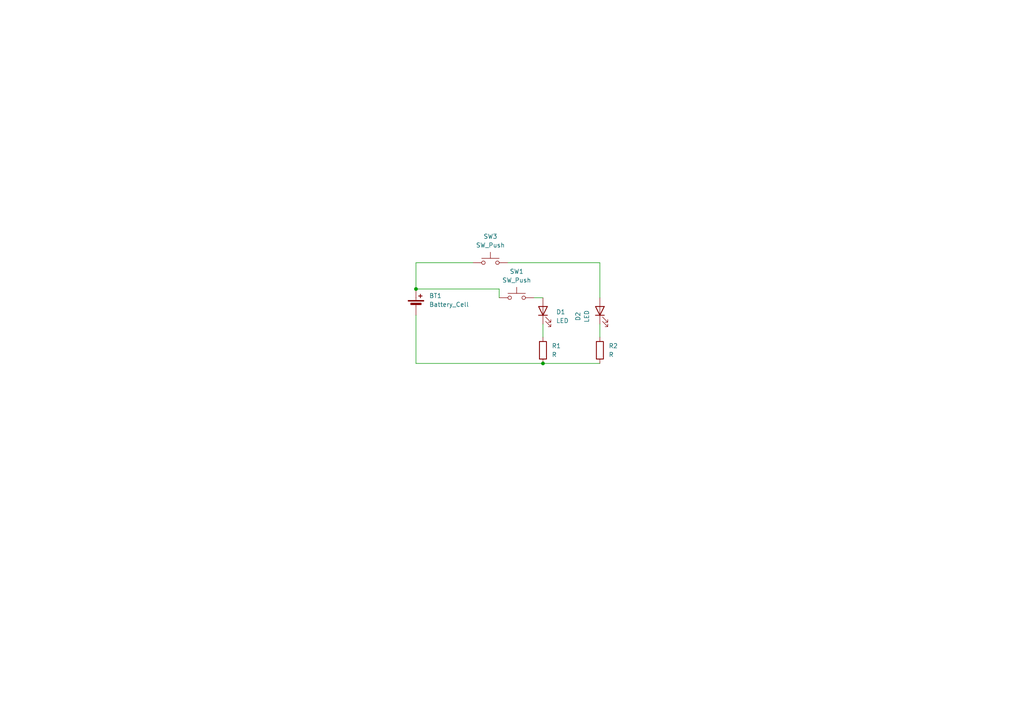
<source format=kicad_sch>
(kicad_sch (version 20250114) (generator "eeschema") (generator_version "9.0")
  (paper "A4")
  (lib_symbols
    (symbol "Device:Battery_Cell" (pin_numbers (hide yes)) (pin_names (offset 0) (hide yes))
      (property "Reference" "BT" (at 2.54 2.54 0))
      (property "Value" "Battery_Cell" (at 2.54 0 0))
      (symbol "Battery_Cell_0_1"
        (rectangle (start -2.286 1.778) (end 2.286 1.524) (fill (type outline)))
        (rectangle (start -1.524 1.016) (end 1.524 0.508) (fill (type outline)))
        (polyline (pts (xy 0 1.778) (xy 0 2.54)))
        (polyline (pts (xy 0 0.762) (xy 0 0)))
        (polyline (pts (xy 0.762 3.048) (xy 1.778 3.048)) (stroke (width 0.254)))
        (polyline (pts (xy 1.27 3.556) (xy 1.27 2.54)) (stroke (width 0.254)))
      )
      (symbol "Battery_Cell_1_1"
        (pin passive line (at 0 5.08 270) (length 2.54) (name "+") (number "1"))
        (pin passive line (at 0 -2.54 90) (length 2.54) (name "-") (number "2"))
      )
    )
    (symbol "Device:LED" (pin_numbers (hide yes)) (pin_names (offset 1.016) (hide yes))
      (property "Reference" "D" (at 0 2.54 0))
      (property "Value" "LED" (at 0 -2.54 0))
      (symbol "LED_0_1"
        (polyline (pts (xy -3.048 -0.762) (xy -4.572 -2.286) (xy -3.81 -2.286) (xy -4.572 -2.286) (xy -4.572 -1.524)))
        (polyline (pts (xy -1.778 -0.762) (xy -3.302 -2.286) (xy -2.54 -2.286) (xy -3.302 -2.286) (xy -3.302 -1.524)))
        (polyline (pts (xy -1.27 0) (xy 1.27 0)))
        (polyline (pts (xy -1.27 -1.27) (xy -1.27 1.27)) (stroke (width 0.254)))
        (polyline (pts (xy 1.27 -1.27) (xy 1.27 1.27) (xy -1.27 0) (xy 1.27 -1.27)) (stroke (width 0.254)))
      )
      (symbol "LED_1_1"
        (pin passive line (at -3.81 0 0) (length 2.54) (name "K") (number "1"))
        (pin passive line (at 3.81 0 180) (length 2.54) (name "A") (number "2"))
      )
    )
    (symbol "Device:R" (pin_numbers (hide yes)) (pin_names (offset 0))
      (property "Reference" "R" (at 2.032 0 90))
      (property "Value" "R" (at 0 0 90))
      (symbol "R_0_1"
        (rectangle (start -1.016 -2.54) (end 1.016 2.54) (stroke (width 0.254)))
      )
      (symbol "R_1_1"
        (pin passive line (at 0 3.81 270) (length 1.27) (name "~") (number "1"))
        (pin passive line (at 0 -3.81 90) (length 1.27) (name "~") (number "2"))
      )
    )
    (symbol "Switch:SW_Push" (pin_numbers (hide yes)) (pin_names (offset 1.016) (hide yes))
      (property "Reference" "SW" (at 1.27 2.54 0))
      (property "Value" "SW_Push" (at 0 -1.524 0))
      (symbol "SW_Push_0_1"
        (circle (center -2.032 0) (radius 0.508))
        (polyline (pts (xy 0 1.27) (xy 0 3.048)))
        (circle (center 2.032 0) (radius 0.508))
        (polyline (pts (xy 2.54 1.27) (xy -2.54 1.27)))
        (pin passive line (at -5.08 0 0) (length 2.54) (name "1") (number "1"))
        (pin passive line (at 5.08 0 180) (length 2.54) (name "2") (number "2"))
      )
    )
  )
  (junction (at 157.48 105.41))
  (junction (at 120.65 83.82))
  (wire (pts (xy 157.48 105.41) (xy 120.65 105.41)))
  (wire (pts (xy 147.32 76.2) (xy 173.99 76.2)))
  (wire (pts (xy 173.99 93.98) (xy 173.99 97.79)))
  (wire (pts (xy 173.99 105.41) (xy 157.48 105.41)))
  (wire (pts (xy 120.65 76.2) (xy 120.65 83.82)))
  (wire (pts (xy 173.99 76.2) (xy 173.99 86.36)))
  (wire (pts (xy 154.94 86.36) (xy 157.48 86.36)))
  (wire (pts (xy 120.65 105.41) (xy 120.65 91.44)))
  (wire (pts (xy 157.48 93.98) (xy 157.48 97.79)))
  (wire (pts (xy 144.78 83.82) (xy 144.78 86.36)))
  (wire (pts (xy 137.16 76.2) (xy 120.65 76.2)))
  (wire (pts (xy 120.65 83.82) (xy 144.78 83.82)))
  (symbol (lib_id "Device:R") (at 157.48 101.6 0) (unit 1)
    (property "Reference" "R1" (at 160.02 100.3299 0) (effects (justify left)))
    (property "Value" "R" (at 160.02 102.8699 0) (effects (justify left)))
    (property "Footprint" "Resistor_THT:R_Axial_DIN0207_L6.3mm_D2.5mm_P7.62mm_Horizontal" (effects (hide yes)))
    (property "Description" "Resistor" (effects (hide yes)))
  )
  (symbol (lib_id "Switch:SW_Push") (at 149.86 86.36 0) (unit 1)
    (property "Reference" "SW1" (at 149.86 78.74 0))
    (property "Value" "SW_Push" (at 149.86 81.28 0))
    (property "Footprint" "Button_Switch_THT:SW_PUSH_6mm" (effects (hide yes)))
    (property "Description" "Push button switch, generic, two pins" (effects (hide yes)))
  )
  (symbol (lib_id "Switch:SW_Push") (at 142.24 76.2 0) (unit 1)
    (property "Reference" "SW3" (at 142.24 68.58 0))
    (property "Value" "SW_Push" (at 142.24 71.12 0))
    (property "Footprint" "Button_Switch_THT:SW_PUSH_6mm" (effects (hide yes)))
    (property "Description" "Push button switch, generic, two pins" (effects (hide yes)))
  )
  (symbol (lib_id "Device:LED") (at 173.99 90.17 90) (unit 1)
    (property "Reference" "D2" (at 167.64 91.7575 0))
    (property "Value" "LED" (at 170.18 91.7575 0))
    (property "Footprint" "LED_THT:LED_D5.0mm" (effects (hide yes)))
    (property "Description" "Light emitting diode" (effects (hide yes)))
    (property "Sim.Pins" "1=K 2=A" (effects (hide yes)))
  )
  (symbol (lib_id "Device:LED") (at 157.48 90.17 90) (unit 1)
    (property "Reference" "D1" (at 161.29 90.4874 90) (effects (justify right)))
    (property "Value" "LED" (at 161.29 93.0274 90) (effects (justify right)))
    (property "Footprint" "LED_THT:LED_D5.0mm" (effects (hide yes)))
    (property "Description" "Light emitting diode" (effects (hide yes)))
    (property "Sim.Pins" "1=K 2=A" (effects (hide yes)))
  )
  (symbol (lib_id "Device:Battery_Cell") (at 120.65 88.9 0) (unit 1)
    (property "Reference" "BT1" (at 124.46 85.7884 0) (effects (justify left)))
    (property "Value" "Battery_Cell" (at 124.46 88.3284 0) (effects (justify left)))
    (property "Footprint" "Battery:BatteryHolder_Keystone_3034_1x20mm" (effects (hide yes)))
    (property "Description" "Single-cell battery" (effects (hide yes)))
  )
  (symbol (lib_id "Device:R") (at 173.99 101.6 0) (unit 1)
    (property "Reference" "R2" (at 176.53 100.3299 0) (effects (justify left)))
    (property "Value" "R" (at 176.53 102.8699 0) (effects (justify left)))
    (property "Footprint" "Resistor_THT:R_Axial_DIN0207_L6.3mm_D2.5mm_P7.62mm_Horizontal" (effects (hide yes)))
    (property "Description" "Resistor" (effects (hide yes)))
  )
)
</source>
